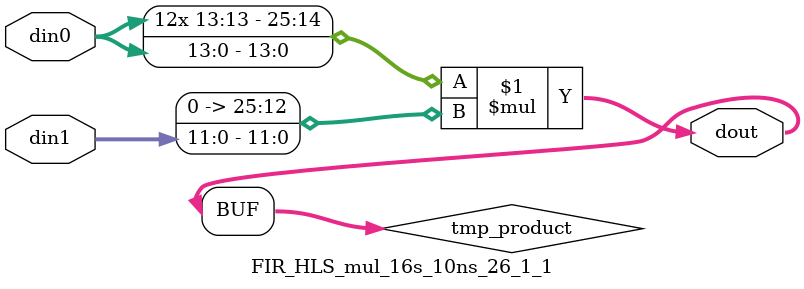
<source format=v>

`timescale 1 ns / 1 ps

 module FIR_HLS_mul_16s_10ns_26_1_1(din0, din1, dout);
parameter ID = 1;
parameter NUM_STAGE = 0;
parameter din0_WIDTH = 14;
parameter din1_WIDTH = 12;
parameter dout_WIDTH = 26;

input [din0_WIDTH - 1 : 0] din0; 
input [din1_WIDTH - 1 : 0] din1; 
output [dout_WIDTH - 1 : 0] dout;

wire signed [dout_WIDTH - 1 : 0] tmp_product;


























assign tmp_product = $signed(din0) * $signed({1'b0, din1});









assign dout = tmp_product;





















endmodule

</source>
